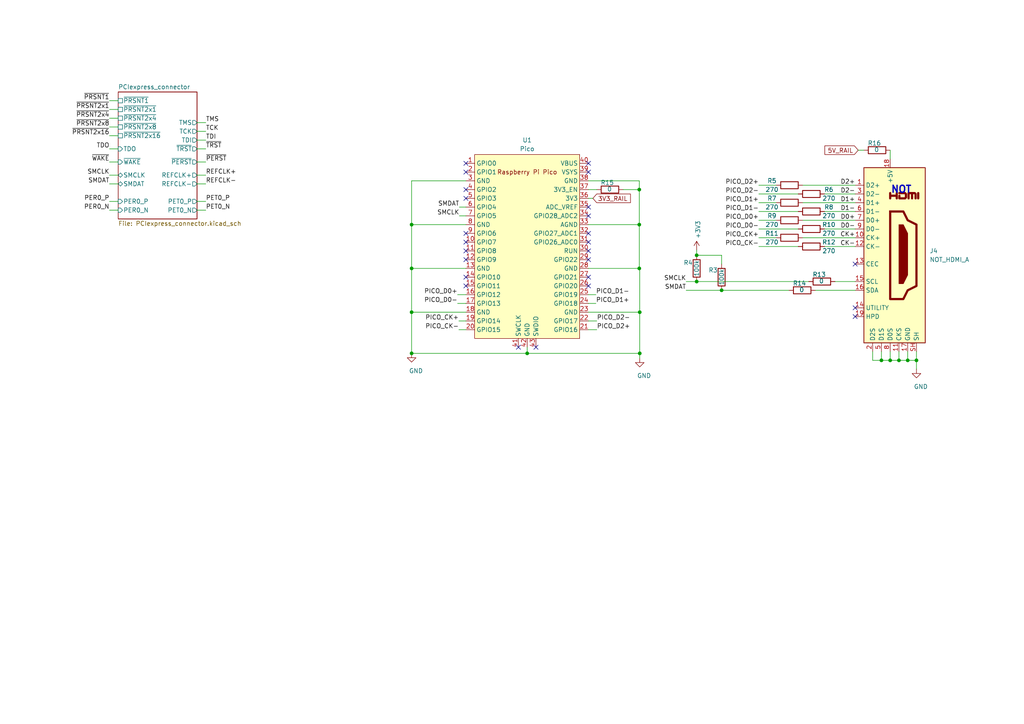
<source format=kicad_sch>
(kicad_sch (version 20231120) (generator "eeschema") (generator_version "8.0")
  (paper "A4")
  (title_block (title "PCIexpress_x1_half") (company "Author: Luca Anastasio"))
  (lib_symbols
    (symbol "Connector:HDMI_A"
      (property "Reference" "J" (at -6.35 26.67 0))
      (property "Value" "HDMI_A" (at 10.16 26.67 0))
      (symbol "HDMI_A_0_0"
        (polyline (pts (xy 8.128 16.51) (xy 8.128 18.034)) (stroke (width 0.635)))
        (polyline (pts (xy 0 16.51) (xy 0 18.034) (xy 0 17.272) (xy 1.905 17.272) (xy 1.905 18.034) (xy 1.905 16.51)) (stroke (width 0.635)))
        (polyline (pts (xy 2.667 18.034) (xy 4.318 18.034) (xy 4.572 17.78) (xy 4.572 16.764) (xy 4.318 16.51) (xy 2.667 16.51) (xy 2.667 17.272)) (stroke (width 0.635)))
      )
      (symbol "HDMI_A_0_1"
        (rectangle (start -7.62 25.4) (end 10.16 -25.4) (stroke (width 0.254)) (fill (type background)))
        (polyline (pts (xy 2.54 8.89) (xy 3.81 8.89) (xy 5.08 6.35) (xy 5.08 -5.715) (xy 3.81 -8.255) (xy 2.54 -8.255) (xy 2.54 8.89)) (fill (type outline)))
        (polyline (pts (xy 5.334 16.51) (xy 5.334 18.034) (xy 6.35 18.034) (xy 6.35 16.51) (xy 6.35 18.034) (xy 7.112 18.034) (xy 7.366 17.78) (xy 7.366 16.51)) (stroke (width 0.635)))
        (polyline (pts (xy 0 12.7) (xy 0 -12.7) (xy 3.81 -12.7) (xy 5.08 -10.16) (xy 7.62 -8.89) (xy 7.62 8.89) (xy 5.08 10.16) (xy 3.81 12.7) (xy 0 12.7)) (stroke (width 0.635)))
      )
      (symbol "HDMI_A_1_1"
        (pin passive line (at -10.16 20.32 0) (length 2.54) (name "D2+") (number "1"))
        (pin passive line (at -10.16 5.08 0) (length 2.54) (name "CK+") (number "10"))
        (pin power_in line (at 2.54 -27.94 90) (length 2.54) (name "CKS") (number "11"))
        (pin passive line (at -10.16 2.54 0) (length 2.54) (name "CK-") (number "12"))
        (pin bidirectional line (at -10.16 -2.54 0) (length 2.54) (name "CEC") (number "13"))
        (pin passive line (at -10.16 -15.24 0) (length 2.54) (name "UTILITY") (number "14"))
        (pin passive line (at -10.16 -7.62 0) (length 2.54) (name "SCL") (number "15"))
        (pin bidirectional line (at -10.16 -10.16 0) (length 2.54) (name "SDA") (number "16"))
        (pin power_in line (at 5.08 -27.94 90) (length 2.54) (name "GND") (number "17"))
        (pin power_in line (at 0 27.94 270) (length 2.54) (name "+5V") (number "18"))
        (pin passive line (at -10.16 -17.78 0) (length 2.54) (name "HPD") (number "19"))
        (pin power_in line (at -5.08 -27.94 90) (length 2.54) (name "D2S") (number "2"))
        (pin passive line (at -10.16 17.78 0) (length 2.54) (name "D2-") (number "3"))
        (pin passive line (at -10.16 15.24 0) (length 2.54) (name "D1+") (number "4"))
        (pin power_in line (at -2.54 -27.94 90) (length 2.54) (name "D1S") (number "5"))
        (pin passive line (at -10.16 12.7 0) (length 2.54) (name "D1-") (number "6"))
        (pin passive line (at -10.16 10.16 0) (length 2.54) (name "D0+") (number "7"))
        (pin power_in line (at 0 -27.94 90) (length 2.54) (name "D0S") (number "8"))
        (pin passive line (at -10.16 7.62 0) (length 2.54) (name "D0-") (number "9"))
        (pin passive line (at 7.62 -27.94 90) (length 2.54) (name "SH") (number "SH"))
      )
    )
    (symbol "Device:R" (pin_numbers hide) (pin_names (offset 0))
      (property "Reference" "R" (at 2.032 0 90))
      (property "Value" "R" (at 0 0 90))
      (symbol "R_0_1"
        (rectangle (start -1.016 -2.54) (end 1.016 2.54) (stroke (width 0.254)))
      )
      (symbol "R_1_1"
        (pin passive line (at 0 3.81 270) (length 1.27) (name "~") (number "1"))
        (pin passive line (at 0 -3.81 90) (length 1.27) (name "~") (number "2"))
      )
    )
    (symbol "MCU_RaspberryPi_and_Boards:Pico"
      (property "Reference" "U" (at -13.97 27.94 0))
      (property "Value" "Pico" (at 0 19.05 0))
      (symbol "Pico_0_0"
        (text "Raspberry Pi Pico" (at 0 21.59 0) (effects (font (size 1.27 1.27))))
      )
      (symbol "Pico_0_1"
        (rectangle (start -15.24 26.67) (end 15.24 -26.67) (fill (type background)))
      )
      (symbol "Pico_1_1"
        (pin bidirectional line (at -17.78 24.13 0) (length 2.54) (name "GPIO0") (number "1"))
        (pin bidirectional line (at -17.78 1.27 0) (length 2.54) (name "GPIO7") (number "10"))
        (pin bidirectional line (at -17.78 -1.27 0) (length 2.54) (name "GPIO8") (number "11"))
        (pin bidirectional line (at -17.78 -3.81 0) (length 2.54) (name "GPIO9") (number "12"))
        (pin power_in line (at -17.78 -6.35 0) (length 2.54) (name "GND") (number "13"))
        (pin bidirectional line (at -17.78 -8.89 0) (length 2.54) (name "GPIO10") (number "14"))
        (pin bidirectional line (at -17.78 -11.43 0) (length 2.54) (name "GPIO11") (number "15"))
        (pin bidirectional line (at -17.78 -13.97 0) (length 2.54) (name "GPIO12") (number "16"))
        (pin bidirectional line (at -17.78 -16.51 0) (length 2.54) (name "GPIO13") (number "17"))
        (pin power_in line (at -17.78 -19.05 0) (length 2.54) (name "GND") (number "18"))
        (pin bidirectional line (at -17.78 -21.59 0) (length 2.54) (name "GPIO14") (number "19"))
        (pin bidirectional line (at -17.78 21.59 0) (length 2.54) (name "GPIO1") (number "2"))
        (pin bidirectional line (at -17.78 -24.13 0) (length 2.54) (name "GPIO15") (number "20"))
        (pin bidirectional line (at 17.78 -24.13 180) (length 2.54) (name "GPIO16") (number "21"))
        (pin bidirectional line (at 17.78 -21.59 180) (length 2.54) (name "GPIO17") (number "22"))
        (pin power_in line (at 17.78 -19.05 180) (length 2.54) (name "GND") (number "23"))
        (pin bidirectional line (at 17.78 -16.51 180) (length 2.54) (name "GPIO18") (number "24"))
        (pin bidirectional line (at 17.78 -13.97 180) (length 2.54) (name "GPIO19") (number "25"))
        (pin bidirectional line (at 17.78 -11.43 180) (length 2.54) (name "GPIO20") (number "26"))
        (pin bidirectional line (at 17.78 -8.89 180) (length 2.54) (name "GPIO21") (number "27"))
        (pin power_in line (at 17.78 -6.35 180) (length 2.54) (name "GND") (number "28"))
        (pin bidirectional line (at 17.78 -3.81 180) (length 2.54) (name "GPIO22") (number "29"))
        (pin power_in line (at -17.78 19.05 0) (length 2.54) (name "GND") (number "3"))
        (pin input line (at 17.78 -1.27 180) (length 2.54) (name "RUN") (number "30"))
        (pin bidirectional line (at 17.78 1.27 180) (length 2.54) (name "GPIO26_ADC0") (number "31"))
        (pin bidirectional line (at 17.78 3.81 180) (length 2.54) (name "GPIO27_ADC1") (number "32"))
        (pin power_in line (at 17.78 6.35 180) (length 2.54) (name "AGND") (number "33"))
        (pin bidirectional line (at 17.78 8.89 180) (length 2.54) (name "GPIO28_ADC2") (number "34"))
        (pin power_in line (at 17.78 11.43 180) (length 2.54) (name "ADC_VREF") (number "35"))
        (pin power_in line (at 17.78 13.97 180) (length 2.54) (name "3V3") (number "36"))
        (pin input line (at 17.78 16.51 180) (length 2.54) (name "3V3_EN") (number "37"))
        (pin bidirectional line (at 17.78 19.05 180) (length 2.54) (name "GND") (number "38"))
        (pin power_in line (at 17.78 21.59 180) (length 2.54) (name "VSYS") (number "39"))
        (pin bidirectional line (at -17.78 16.51 0) (length 2.54) (name "GPIO2") (number "4"))
        (pin power_in line (at 17.78 24.13 180) (length 2.54) (name "VBUS") (number "40"))
        (pin input line (at -2.54 -29.21 90) (length 2.54) (name "SWCLK") (number "41"))
        (pin power_in line (at 0 -29.21 90) (length 2.54) (name "GND") (number "42"))
        (pin bidirectional line (at 2.54 -29.21 90) (length 2.54) (name "SWDIO") (number "43"))
        (pin bidirectional line (at -17.78 13.97 0) (length 2.54) (name "GPIO3") (number "5"))
        (pin bidirectional line (at -17.78 11.43 0) (length 2.54) (name "GPIO4") (number "6"))
        (pin bidirectional line (at -17.78 8.89 0) (length 2.54) (name "GPIO5") (number "7"))
        (pin power_in line (at -17.78 6.35 0) (length 2.54) (name "GND") (number "8"))
        (pin bidirectional line (at -17.78 3.81 0) (length 2.54) (name "GPIO6") (number "9"))
      )
    )
    (symbol "PCIexpress_x1_half-rescue:+3.3V-power" (power) (pin_names (offset 0))
      (property "Value" "+3.3V-power" (at 0 3.556 0))
      (symbol "+3.3V-power_0_1"
        (polyline (pts (xy -0.762 1.27) (xy 0 2.54)))
        (polyline (pts (xy 0 0) (xy 0 2.54)))
        (polyline (pts (xy 0 2.54) (xy 0.762 1.27)))
      )
      (symbol "+3.3V-power_1_1"
        (pin power_in line (at 0 0 90) (length 0) hide (name "+3V3") (number "1"))
      )
    )
    (symbol "power:GND" (power) (pin_names (offset 0))
      (property "Value" "GND" (at 0 -3.81 0))
      (symbol "GND_0_1"
        (polyline (pts (xy 0 0) (xy 0 -1.27) (xy 1.27 -1.27) (xy 0 -2.54) (xy -1.27 -1.27) (xy 0 -1.27)))
      )
      (symbol "GND_1_1"
        (pin power_in line (at 0 0 270) (length 0) hide (name "GND") (number "1"))
      )
    )
  )
  (junction (at 185.42 77.851))
  (junction (at 185.547 102.489))
  (junction (at 119.38 77.851))
  (junction (at 202.057 81.661))
  (junction (at 119.38 65.151))
  (junction (at 185.547 90.551))
  (junction (at 260.731 104.521) (diameter 0.9144))
  (junction (at 263.271 104.521) (diameter 0.9144))
  (junction (at 265.811 104.521) (diameter 0.9144))
  (junction (at 258.191 104.521) (diameter 0.9144))
  (junction (at 185.42 65.151))
  (junction (at 119.38 90.551))
  (junction (at 209.296 84.201))
  (junction (at 202.057 74.041))
  (junction (at 119.38 102.489))
  (junction (at 185.42 54.991))
  (junction (at 152.908 102.489))
  (junction (at 255.651 104.521) (diameter 0.9144))
  (no_connect (at 135.128 82.931))
  (no_connect (at 135.128 49.911))
  (no_connect (at 170.688 67.691))
  (no_connect (at 135.128 67.691))
  (no_connect (at 248.031 76.581))
  (no_connect (at 170.688 75.311))
  (no_connect (at 170.688 80.391))
  (no_connect (at 135.128 75.311))
  (no_connect (at 170.688 72.771))
  (no_connect (at 170.688 60.071))
  (no_connect (at 135.128 57.531))
  (no_connect (at 135.128 54.991))
  (no_connect (at 135.128 72.771))
  (no_connect (at 170.688 70.231))
  (no_connect (at 150.368 100.711))
  (no_connect (at 135.128 70.231))
  (no_connect (at 248.031 89.281))
  (no_connect (at 155.448 100.711))
  (no_connect (at 170.688 49.911))
  (no_connect (at 135.128 80.391))
  (no_connect (at 170.688 47.371))
  (no_connect (at 135.128 47.371))
  (no_connect (at 170.688 62.611))
  (no_connect (at 170.688 82.931))
  (no_connect (at 248.031 91.821))
  (wire (pts (xy 152.908 102.489) (xy 185.547 102.489)))
  (wire (pts (xy 170.688 90.551) (xy 185.547 90.551)))
  (wire (pts (xy 119.38 77.851) (xy 135.128 77.851)))
  (wire (pts (xy 57.15 38.1) (xy 59.69 38.1)))
  (wire (pts (xy 220.091 61.341) (xy 231.521 61.341)))
  (wire (pts (xy 170.688 88.011) (xy 172.847 88.011)))
  (wire (pts (xy 220.091 58.801) (xy 225.171 58.801)))
  (wire (pts (xy 31.75 53.34) (xy 34.29 53.34)))
  (wire (pts (xy 135.128 65.151) (xy 119.38 65.151)))
  (wire (pts (xy 260.731 101.981) (xy 260.731 104.521)))
  (wire (pts (xy 199.009 81.661) (xy 202.057 81.661)))
  (wire (pts (xy 265.811 101.981) (xy 265.811 104.521)))
  (wire (pts (xy 185.42 77.851) (xy 185.547 77.851)))
  (wire (pts (xy 170.688 93.091) (xy 173.101 93.091)))
  (wire (pts (xy 133.223 62.611) (xy 135.128 62.611)))
  (wire (pts (xy 232.791 58.801) (xy 248.031 58.801)))
  (wire (pts (xy 135.128 52.451) (xy 119.38 52.451)))
  (wire (pts (xy 185.547 102.489) (xy 185.547 103.886)))
  (wire (pts (xy 253.111 104.521) (xy 255.651 104.521)))
  (wire (pts (xy 232.791 68.961) (xy 248.031 68.961)))
  (wire (pts (xy 239.141 56.261) (xy 248.031 56.261)))
  (wire (pts (xy 255.651 104.521) (xy 258.191 104.521)))
  (wire (pts (xy 220.091 66.421) (xy 231.521 66.421)))
  (wire (pts (xy 185.42 54.991) (xy 185.42 65.151)))
  (wire (pts (xy 31.75 46.99) (xy 34.29 46.99)))
  (wire (pts (xy 239.141 66.421) (xy 248.031 66.421)))
  (wire (pts (xy 57.15 60.96) (xy 59.69 60.96)))
  (wire (pts (xy 185.547 90.551) (xy 185.547 102.489)))
  (wire (pts (xy 170.688 77.851) (xy 185.42 77.851)))
  (wire (pts (xy 31.75 34.29) (xy 34.29 34.29)))
  (wire (pts (xy 57.15 58.42) (xy 59.69 58.42)))
  (wire (pts (xy 119.38 90.551) (xy 119.38 102.489)))
  (wire (pts (xy 132.715 85.471) (xy 135.128 85.471)))
  (wire (pts (xy 185.42 65.151) (xy 185.42 77.851)))
  (wire (pts (xy 242.189 81.661) (xy 248.031 81.661)))
  (wire (pts (xy 31.75 36.83) (xy 34.29 36.83)))
  (wire (pts (xy 185.42 52.451) (xy 185.42 54.991)))
  (wire (pts (xy 202.057 74.041) (xy 209.296 74.041)))
  (wire (pts (xy 220.091 53.721) (xy 225.171 53.721)))
  (wire (pts (xy 170.688 85.471) (xy 172.847 85.471)))
  (wire (pts (xy 57.15 40.64) (xy 59.69 40.64)))
  (wire (pts (xy 57.15 46.99) (xy 59.69 46.99)))
  (wire (pts (xy 152.908 100.711) (xy 152.908 102.489)))
  (wire (pts (xy 31.75 29.21) (xy 34.29 29.21)))
  (wire (pts (xy 57.15 35.56) (xy 59.69 35.56)))
  (wire (pts (xy 260.731 104.521) (xy 263.271 104.521)))
  (wire (pts (xy 31.75 43.18) (xy 34.29 43.18)))
  (wire (pts (xy 135.128 90.551) (xy 119.38 90.551)))
  (wire (pts (xy 258.191 43.561) (xy 258.191 46.101)))
  (wire (pts (xy 220.091 68.961) (xy 225.171 68.961)))
  (wire (pts (xy 170.688 65.151) (xy 185.42 65.151)))
  (wire (pts (xy 232.791 53.721) (xy 248.031 53.721)))
  (wire (pts (xy 57.15 43.18) (xy 59.69 43.18)))
  (wire (pts (xy 119.38 77.851) (xy 119.38 90.551)))
  (wire (pts (xy 57.15 53.34) (xy 59.69 53.34)))
  (wire (pts (xy 202.057 81.661) (xy 234.569 81.661)))
  (wire (pts (xy 31.75 58.42) (xy 34.29 58.42)))
  (wire (pts (xy 232.791 63.881) (xy 248.031 63.881)))
  (wire (pts (xy 263.271 101.981) (xy 263.271 104.521)))
  (wire (pts (xy 170.688 57.531) (xy 171.958 57.531)))
  (wire (pts (xy 220.091 71.501) (xy 231.521 71.501)))
  (wire (pts (xy 133.096 95.631) (xy 135.128 95.631)))
  (wire (pts (xy 258.191 101.981) (xy 258.191 104.521)))
  (wire (pts (xy 209.296 74.041) (xy 209.296 76.581)))
  (wire (pts (xy 31.75 50.8) (xy 34.29 50.8)))
  (wire (pts (xy 253.111 101.981) (xy 253.111 104.521)))
  (wire (pts (xy 209.296 84.201) (xy 199.009 84.201)))
  (wire (pts (xy 31.75 39.37) (xy 34.29 39.37)))
  (wire (pts (xy 239.141 71.501) (xy 248.031 71.501)))
  (wire (pts (xy 119.38 65.151) (xy 119.38 77.851)))
  (wire (pts (xy 133.223 60.071) (xy 135.128 60.071)))
  (wire (pts (xy 31.75 31.75) (xy 34.29 31.75)))
  (wire (pts (xy 255.651 101.981) (xy 255.651 104.521)))
  (wire (pts (xy 228.854 84.201) (xy 209.296 84.201)))
  (wire (pts (xy 220.091 63.881) (xy 225.171 63.881)))
  (wire (pts (xy 248.92 43.561) (xy 250.571 43.561)))
  (wire (pts (xy 57.15 50.8) (xy 59.69 50.8)))
  (wire (pts (xy 265.811 104.521) (xy 265.811 107.061)))
  (wire (pts (xy 263.271 104.521) (xy 265.811 104.521)))
  (wire (pts (xy 132.715 88.011) (xy 135.128 88.011)))
  (wire (pts (xy 119.38 52.451) (xy 119.38 65.151)))
  (wire (pts (xy 133.096 93.091) (xy 135.128 93.091)))
  (wire (pts (xy 170.688 95.631) (xy 173.101 95.631)))
  (wire (pts (xy 236.474 84.201) (xy 248.031 84.201)))
  (wire (pts (xy 31.75 60.96) (xy 34.29 60.96)))
  (wire (pts (xy 180.721 54.991) (xy 185.42 54.991)))
  (wire (pts (xy 170.688 54.991) (xy 173.101 54.991)))
  (wire (pts (xy 220.091 56.261) (xy 231.521 56.261)))
  (wire (pts (xy 258.191 104.521) (xy 260.731 104.521)))
  (wire (pts (xy 185.547 77.851) (xy 185.547 90.551)))
  (wire (pts (xy 119.38 102.489) (xy 152.908 102.489)))
  (wire (pts (xy 202.057 72.517) (xy 202.057 74.041)))
  (wire (pts (xy 239.141 61.341) (xy 248.031 61.341)))
  (wire (pts (xy 170.688 52.451) (xy 185.42 52.451)))
  (text "NOT" (at 264.541 56.261 0) (effects (font (size 2 2) (thickness 0.4) (bold yes)) (justify right bottom)))
  (label "D0-" (at 248.031 66.421 180))
  (label "~{WAKE}" (at 31.75 46.99 180))
  (label "SMCLK" (at 199.009 81.661 180))
  (label "D2-" (at 248.031 56.261 180))
  (label "PICO_D2+" (at 220.091 53.721 180))
  (label "~{PRSNT1}" (at 31.75 29.21 180))
  (label "CK+" (at 248.031 68.961 180))
  (label "~{PRSNT2x16}" (at 31.75 39.37 180))
  (label "PET0_P" (at 59.69 58.42 0))
  (label "SMDAT" (at 133.223 60.071 180))
  (label "SMDAT" (at 31.75 53.34 180))
  (label "~{PERST}" (at 59.69 46.99 0))
  (label "~{PRSNT2x4}" (at 31.75 34.29 180))
  (label "D1-" (at 248.031 61.341 180))
  (label "PER0_P" (at 31.75 58.42 180))
  (label "PICO_CK+" (at 133.096 93.091 180))
  (label "TDI" (at 59.69 40.64 0))
  (label "TMS" (at 59.69 35.56 0))
  (label "PICO_D1-" (at 172.847 85.471 0))
  (label "REFCLK-" (at 59.69 53.34 0))
  (label "TDO" (at 31.75 43.18 180))
  (label "PICO_D1-" (at 220.091 61.341 180))
  (label "PICO_CK-" (at 220.091 71.501 180))
  (label "PICO_D2+" (at 173.101 95.631 0))
  (label "~{PRSNT2x8}" (at 31.75 36.83 180))
  (label "TCK" (at 59.69 38.1 0))
  (label "PER0_N" (at 31.75 60.96 180))
  (label "PICO_D2-" (at 220.091 56.261 180))
  (label "SMCLK" (at 31.75 50.8 180))
  (label "REFCLK+" (at 59.69 50.8 0))
  (label "PICO_D1+" (at 172.847 88.011 0))
  (label "D0+" (at 248.031 63.881 180))
  (label "D1+" (at 248.031 58.801 180))
  (label "PICO_D0+" (at 220.091 63.881 180))
  (label "~{TRST}" (at 59.69 43.18 0))
  (label "~{PRSNT2x1}" (at 31.75 31.75 180))
  (label "PICO_D0+" (at 132.715 85.471 180))
  (label "SMCLK" (at 133.223 62.611 180))
  (label "PET0_N" (at 59.69 60.96 0))
  (label "PICO_CK-" (at 133.096 95.631 180))
  (label "PICO_D1+" (at 220.091 58.801 180))
  (label "PICO_D2-" (at 173.101 93.091 0))
  (label "PICO_D0-" (at 220.091 66.421 180))
  (label "D2+" (at 248.031 53.721 180))
  (label "CK-" (at 248.031 71.501 180))
  (label "PICO_CK+" (at 220.091 68.961 180))
  (label "SMDAT" (at 199.009 84.201 180))
  (label "PICO_D0-" (at 132.715 88.011 180))
  (global_label "5V_RAIL" (shape input) (at 248.92 43.561 180) (property "Intersheetrefs" "${INTERSHEET_REFS}" (effects (hide yes))))
  (global_label "3V3_RAIL" (shape input) (at 171.958 57.531 0) (property "Intersheetrefs" "${INTERSHEET_REFS}" (effects (hide yes))))
  (symbol (lib_id "power:GND") (at 185.547 103.886 0) (unit 1)
    (property "Reference" "#PWR03" (effects (hide yes)))
    (property "Value" "GND" (at 186.817 108.966 0))
  )
  (symbol (lib_id "Device:R") (at 254.381 43.561 90) (unit 1)
    (property "Reference" "R16" (at 253.619 41.529 90))
    (property "Value" "0" (at 254.254 43.434 90))
    (property "Footprint" "Resistor_SMD:R_0603_1608Metric" (effects (hide yes)))
  )
  (symbol (lib_id "Device:R") (at 235.331 66.421 90) (unit 1)
    (property "Reference" "R10" (at 240.411 65.151 90))
    (property "Value" "270" (at 240.411 67.691 90))
    (property "Footprint" "Resistor_SMD:R_0603_1608Metric" (effects (hide yes)))
  )
  (symbol (lib_id "Device:R") (at 232.664 84.201 90) (unit 1)
    (property "Reference" "R14" (at 231.902 82.169 90))
    (property "Value" "0" (at 232.537 84.074 90))
    (property "Footprint" "Resistor_SMD:R_0603_1608Metric" (effects (hide yes)))
  )
  (symbol (lib_id "Device:R") (at 202.057 77.851 0) (unit 1)
    (property "Reference" "R4" (at 198.247 76.2 0) (effects (justify left)))
    (property "Value" "100k" (at 202.057 80.264 90) (effects (justify left)))
    (property "Footprint" "Resistor_SMD:R_0603_1608Metric" (effects (hide yes)))
  )
  (symbol (lib_id "Device:R") (at 176.911 54.991 90) (unit 1)
    (property "Reference" "R15" (at 176.149 52.959 90))
    (property "Value" "0" (at 176.784 54.864 90))
    (property "Footprint" "Resistor_SMD:R_0603_1608Metric" (effects (hide yes)))
  )
  (symbol (lib_id "Device:R") (at 228.981 68.961 90) (unit 1)
    (property "Reference" "R11" (at 223.901 67.691 90))
    (property "Value" "270" (at 223.901 70.231 90))
    (property "Footprint" "Resistor_SMD:R_0603_1608Metric" (effects (hide yes)))
  )
  (symbol (lib_id "MCU_RaspberryPi_and_Boards:Pico") (at 152.908 71.501 0) (unit 1)
    (property "Reference" "U1" (at 152.908 40.64 0))
    (property "Value" "Pico" (at 152.908 43.18 0))
    (property "Footprint" "MCU_RaspberryPi_and_Boards:RPi_Pico_SMD_TH" (effects (hide yes)))
  )
  (symbol (lib_id "Device:R") (at 235.331 71.501 90) (unit 1)
    (property "Reference" "R12" (at 240.411 70.231 90))
    (property "Value" "270" (at 240.411 72.771 90))
    (property "Footprint" "Resistor_SMD:R_0603_1608Metric" (effects (hide yes)))
  )
  (symbol (lib_id "Device:R") (at 228.981 63.881 90) (unit 1)
    (property "Reference" "R9" (at 223.901 62.611 90))
    (property "Value" "270" (at 223.901 65.151 90))
    (property "Footprint" "Resistor_SMD:R_0603_1608Metric" (effects (hide yes)))
  )
  (symbol (lib_id "PCIexpress_x1_half-rescue:+3.3V-power") (at 202.057 72.517 0) (unit 1)
    (property "Reference" "#PWR05" (effects (hide yes)))
    (property "Value" "+3V3" (at 202.438 69.2658 90) (effects (justify left)))
  )
  (symbol (lib_id "Connector:HDMI_A") (at 258.191 74.041 0) (unit 1)
    (property "Reference" "J4" (at 269.621 72.771 0) (effects (justify left)))
    (property "Value" "NOT_HDMI_A" (at 269.621 75.311 0) (effects (justify left)))
    (property "Footprint" "Connector_HDMI:HDMI_A_Molex_208658-1001_Horizontal" (effects (hide yes)))
    (property "Datasheet" "https://en.wikipedia.org/wiki/HDMI" (effects (hide yes)))
  )
  (symbol (lib_id "Device:R") (at 228.981 58.801 90) (unit 1)
    (property "Reference" "R7" (at 223.901 57.531 90))
    (property "Value" "270" (at 223.901 60.071 90))
    (property "Footprint" "Resistor_SMD:R_0603_1608Metric" (effects (hide yes)))
  )
  (symbol (lib_id "Device:R") (at 235.331 61.341 90) (unit 1)
    (property "Reference" "R8" (at 240.411 60.071 90))
    (property "Value" "270" (at 240.411 62.611 90))
    (property "Footprint" "Resistor_SMD:R_0603_1608Metric" (effects (hide yes)))
  )
  (symbol (lib_id "power:GND") (at 265.811 107.061 0) (unit 1)
    (property "Reference" "#PWR04" (effects (hide yes)))
    (property "Value" "GND" (at 267.081 112.141 0))
  )
  (symbol (lib_id "Device:R") (at 209.296 80.391 0) (unit 1)
    (property "Reference" "R3" (at 205.486 78.359 0) (effects (justify left)))
    (property "Value" "100k" (at 209.296 82.804 90) (effects (justify left)))
    (property "Footprint" "Resistor_SMD:R_0603_1608Metric" (effects (hide yes)))
  )
  (symbol (lib_id "Device:R") (at 235.331 56.261 90) (unit 1)
    (property "Reference" "R6" (at 240.411 54.991 90))
    (property "Value" "270" (at 240.411 57.531 90))
    (property "Footprint" "Resistor_SMD:R_0603_1608Metric" (effects (hide yes)))
  )
  (symbol (lib_id "Device:R") (at 238.379 81.661 90) (unit 1)
    (property "Reference" "R13" (at 237.617 79.629 90))
    (property "Value" "0" (at 238.252 81.534 90))
    (property "Footprint" "Resistor_SMD:R_0603_1608Metric" (effects (hide yes)))
  )
  (symbol (lib_id "power:GND") (at 119.38 102.489 0) (unit 1)
    (property "Reference" "#PWR07" (effects (hide yes)))
    (property "Value" "GND" (at 120.65 107.569 0))
  )
  (symbol (lib_id "Device:R") (at 228.981 53.721 90) (unit 1)
    (property "Reference" "R5" (at 223.901 52.451 90))
    (property "Value" "270" (at 223.901 54.991 90))
    (property "Footprint" "Resistor_SMD:R_0603_1608Metric" (effects (hide yes)))
  )
  (sheet (at 34.29 26.67) (size 22.86 36.83)
    (property "Sheetname" "PCIexpress_connector" (at 34.29 25.9584 0) (effects (justify left bottom)))
    (property "Sheetfile" "PCIexpress_connector.kicad_sch" (at 34.29 64.0846 0) (effects (justify left top)))
    (pin "PET0_P" output (at 57.15 58.42 0))
    (pin "PET0_N" output (at 57.15 60.96 0))
    (pin "REFCLK+" output (at 57.15 50.8 0))
    (pin "REFCLK-" output (at 57.15 53.34 0))
    (pin "~{PRSNT2x16}" passive (at 34.29 39.37 180))
    (pin "TDO" input (at 34.29 43.18 180))
    (pin "TMS" output (at 57.15 35.56 0))
    (pin "TDI" output (at 57.15 40.64 0))
    (pin "TCK" output (at 57.15 38.1 0))
    (pin "~{WAKE}" input (at 34.29 46.99 180))
    (pin "~{TRST}" output (at 57.15 43.18 0))
    (pin "SMCLK" bidirectional (at 34.29 50.8 180))
    (pin "SMDAT" bidirectional (at 34.29 53.34 180))
    (pin "~{PERST}" output (at 57.15 46.99 0))
    (pin "~{PRSNT1}" passive (at 34.29 29.21 180))
    (pin "~{PRSNT2x8}" passive (at 34.29 36.83 180))
    (pin "~{PRSNT2x4}" passive (at 34.29 34.29 180))
    (pin "~{PRSNT2x1}" passive (at 34.29 31.75 180))
    (pin "PER0_N" input (at 34.29 60.96 180))
    (pin "PER0_P" input (at 34.29 58.42 180))
  )
)
</source>
